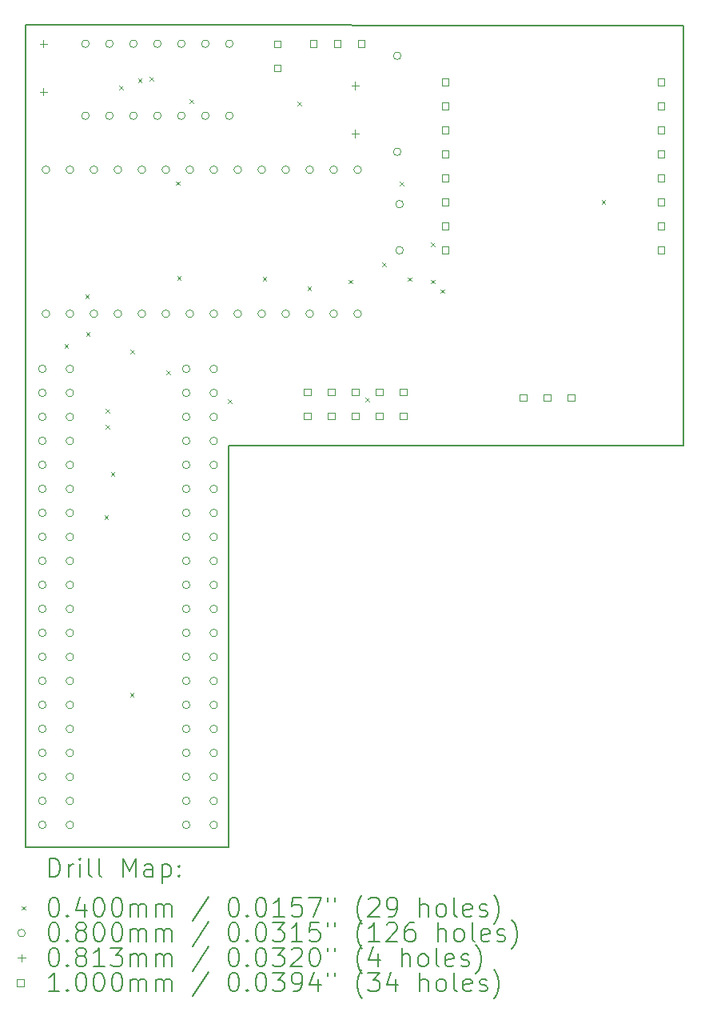
<source format=gbr>
%FSLAX45Y45*%
G04 Gerber Fmt 4.5, Leading zero omitted, Abs format (unit mm)*
G04 Created by KiCad (PCBNEW (6.0.5)) date 2022-12-14 22:29:43*
%MOMM*%
%LPD*%
G01*
G04 APERTURE LIST*
%TA.AperFunction,Profile*%
%ADD10C,0.152400*%
%TD*%
%ADD11C,0.200000*%
%ADD12C,0.040000*%
%ADD13C,0.080000*%
%ADD14C,0.081280*%
%ADD15C,0.100000*%
G04 APERTURE END LIST*
D10*
X11625110Y-6150360D02*
X11625110Y-14850360D01*
X13775110Y-14850360D02*
X13775110Y-10604500D01*
X18592800Y-10601340D02*
X18592800Y-6159500D01*
X13775110Y-10604500D02*
X18592800Y-10601340D01*
X11625110Y-14850360D02*
X13775110Y-14850360D01*
X18592800Y-6159500D02*
X11625110Y-6150360D01*
D11*
D12*
X12032960Y-9527860D02*
X12072960Y-9567860D01*
X12072960Y-9527860D02*
X12032960Y-9567860D01*
X12252040Y-9003260D02*
X12292040Y-9043260D01*
X12292040Y-9003260D02*
X12252040Y-9043260D01*
X12260620Y-9403830D02*
X12300620Y-9443830D01*
X12300620Y-9403830D02*
X12260620Y-9443830D01*
X12455200Y-11340540D02*
X12495200Y-11380540D01*
X12495200Y-11340540D02*
X12455200Y-11380540D01*
X12466220Y-10215910D02*
X12506220Y-10255910D01*
X12506220Y-10215910D02*
X12466220Y-10255910D01*
X12466220Y-10385440D02*
X12506220Y-10425440D01*
X12506220Y-10385440D02*
X12466220Y-10425440D01*
X12524640Y-10886930D02*
X12564640Y-10926930D01*
X12564640Y-10886930D02*
X12524640Y-10926930D01*
X12615340Y-6796270D02*
X12655340Y-6836270D01*
X12655340Y-6796270D02*
X12615340Y-6836270D01*
X12728020Y-13220050D02*
X12768020Y-13260050D01*
X12768020Y-13220050D02*
X12728020Y-13260050D01*
X12728800Y-9589890D02*
X12768800Y-9629890D01*
X12768800Y-9589890D02*
X12728800Y-9629890D01*
X12812750Y-6720070D02*
X12852750Y-6760070D01*
X12852750Y-6720070D02*
X12812750Y-6760070D01*
X12932260Y-6699950D02*
X12972260Y-6739950D01*
X12972260Y-6699950D02*
X12932260Y-6739950D01*
X13111730Y-9807710D02*
X13151730Y-9847710D01*
X13151730Y-9807710D02*
X13111730Y-9847710D01*
X13213400Y-7805610D02*
X13253400Y-7845610D01*
X13253400Y-7805610D02*
X13213400Y-7845610D01*
X13225610Y-8808350D02*
X13265610Y-8848350D01*
X13265610Y-8808350D02*
X13225610Y-8848350D01*
X13360430Y-6937660D02*
X13400430Y-6977660D01*
X13400430Y-6937660D02*
X13360430Y-6977660D01*
X13762940Y-10111050D02*
X13802940Y-10151050D01*
X13802940Y-10111050D02*
X13762940Y-10151050D01*
X14132650Y-8817430D02*
X14172650Y-8857430D01*
X14172650Y-8817430D02*
X14132650Y-8857430D01*
X14502620Y-6966290D02*
X14542620Y-7006290D01*
X14542620Y-6966290D02*
X14502620Y-7006290D01*
X14607180Y-8916750D02*
X14647180Y-8956750D01*
X14647180Y-8916750D02*
X14607180Y-8956750D01*
X15039860Y-8846850D02*
X15079860Y-8886850D01*
X15079860Y-8846850D02*
X15039860Y-8886850D01*
X15220500Y-10098860D02*
X15260500Y-10138860D01*
X15260500Y-10098860D02*
X15220500Y-10138860D01*
X15400130Y-8663170D02*
X15440130Y-8703170D01*
X15440130Y-8663170D02*
X15400130Y-8703170D01*
X15585600Y-7809900D02*
X15625600Y-7849900D01*
X15625600Y-7809900D02*
X15585600Y-7849900D01*
X15667940Y-8822220D02*
X15707940Y-8862220D01*
X15707940Y-8822220D02*
X15667940Y-8862220D01*
X15912490Y-8847770D02*
X15952490Y-8887770D01*
X15952490Y-8847770D02*
X15912490Y-8887770D01*
X15917760Y-8451220D02*
X15957760Y-8491220D01*
X15957760Y-8451220D02*
X15917760Y-8491220D01*
X16014140Y-8948660D02*
X16054140Y-8988660D01*
X16054140Y-8948660D02*
X16014140Y-8988660D01*
X17723230Y-8006400D02*
X17763230Y-8046400D01*
X17763230Y-8006400D02*
X17723230Y-8046400D01*
D13*
X11838300Y-9791700D02*
G75*
G03*
X11838300Y-9791700I-40000J0D01*
G01*
X11838300Y-10045700D02*
G75*
G03*
X11838300Y-10045700I-40000J0D01*
G01*
X11838300Y-10299700D02*
G75*
G03*
X11838300Y-10299700I-40000J0D01*
G01*
X11838300Y-10553700D02*
G75*
G03*
X11838300Y-10553700I-40000J0D01*
G01*
X11838300Y-10807700D02*
G75*
G03*
X11838300Y-10807700I-40000J0D01*
G01*
X11838300Y-11061700D02*
G75*
G03*
X11838300Y-11061700I-40000J0D01*
G01*
X11838300Y-11315700D02*
G75*
G03*
X11838300Y-11315700I-40000J0D01*
G01*
X11838300Y-11569700D02*
G75*
G03*
X11838300Y-11569700I-40000J0D01*
G01*
X11838300Y-11823700D02*
G75*
G03*
X11838300Y-11823700I-40000J0D01*
G01*
X11838300Y-12077700D02*
G75*
G03*
X11838300Y-12077700I-40000J0D01*
G01*
X11838300Y-12331700D02*
G75*
G03*
X11838300Y-12331700I-40000J0D01*
G01*
X11838300Y-12585700D02*
G75*
G03*
X11838300Y-12585700I-40000J0D01*
G01*
X11838300Y-12839700D02*
G75*
G03*
X11838300Y-12839700I-40000J0D01*
G01*
X11838300Y-13093700D02*
G75*
G03*
X11838300Y-13093700I-40000J0D01*
G01*
X11838300Y-13347700D02*
G75*
G03*
X11838300Y-13347700I-40000J0D01*
G01*
X11838300Y-13601700D02*
G75*
G03*
X11838300Y-13601700I-40000J0D01*
G01*
X11838300Y-13855700D02*
G75*
G03*
X11838300Y-13855700I-40000J0D01*
G01*
X11838300Y-14109700D02*
G75*
G03*
X11838300Y-14109700I-40000J0D01*
G01*
X11838300Y-14363700D02*
G75*
G03*
X11838300Y-14363700I-40000J0D01*
G01*
X11838300Y-14617700D02*
G75*
G03*
X11838300Y-14617700I-40000J0D01*
G01*
X11876400Y-7684000D02*
G75*
G03*
X11876400Y-7684000I-40000J0D01*
G01*
X11876400Y-9208000D02*
G75*
G03*
X11876400Y-9208000I-40000J0D01*
G01*
X12130400Y-7684000D02*
G75*
G03*
X12130400Y-7684000I-40000J0D01*
G01*
X12130400Y-9208000D02*
G75*
G03*
X12130400Y-9208000I-40000J0D01*
G01*
X12130400Y-9791700D02*
G75*
G03*
X12130400Y-9791700I-40000J0D01*
G01*
X12130400Y-10045700D02*
G75*
G03*
X12130400Y-10045700I-40000J0D01*
G01*
X12130400Y-10299700D02*
G75*
G03*
X12130400Y-10299700I-40000J0D01*
G01*
X12130400Y-10553700D02*
G75*
G03*
X12130400Y-10553700I-40000J0D01*
G01*
X12130400Y-10807700D02*
G75*
G03*
X12130400Y-10807700I-40000J0D01*
G01*
X12130400Y-11061700D02*
G75*
G03*
X12130400Y-11061700I-40000J0D01*
G01*
X12130400Y-11315700D02*
G75*
G03*
X12130400Y-11315700I-40000J0D01*
G01*
X12130400Y-11569700D02*
G75*
G03*
X12130400Y-11569700I-40000J0D01*
G01*
X12130400Y-11823700D02*
G75*
G03*
X12130400Y-11823700I-40000J0D01*
G01*
X12130400Y-12077700D02*
G75*
G03*
X12130400Y-12077700I-40000J0D01*
G01*
X12130400Y-12331700D02*
G75*
G03*
X12130400Y-12331700I-40000J0D01*
G01*
X12130400Y-12585700D02*
G75*
G03*
X12130400Y-12585700I-40000J0D01*
G01*
X12130400Y-12839700D02*
G75*
G03*
X12130400Y-12839700I-40000J0D01*
G01*
X12130400Y-13093700D02*
G75*
G03*
X12130400Y-13093700I-40000J0D01*
G01*
X12130400Y-13347700D02*
G75*
G03*
X12130400Y-13347700I-40000J0D01*
G01*
X12130400Y-13601700D02*
G75*
G03*
X12130400Y-13601700I-40000J0D01*
G01*
X12130400Y-13855700D02*
G75*
G03*
X12130400Y-13855700I-40000J0D01*
G01*
X12130400Y-14109700D02*
G75*
G03*
X12130400Y-14109700I-40000J0D01*
G01*
X12130400Y-14363700D02*
G75*
G03*
X12130400Y-14363700I-40000J0D01*
G01*
X12130400Y-14617700D02*
G75*
G03*
X12130400Y-14617700I-40000J0D01*
G01*
X12295000Y-6350000D02*
G75*
G03*
X12295000Y-6350000I-40000J0D01*
G01*
X12295000Y-7112000D02*
G75*
G03*
X12295000Y-7112000I-40000J0D01*
G01*
X12384400Y-7684000D02*
G75*
G03*
X12384400Y-7684000I-40000J0D01*
G01*
X12384400Y-9208000D02*
G75*
G03*
X12384400Y-9208000I-40000J0D01*
G01*
X12549000Y-6350000D02*
G75*
G03*
X12549000Y-6350000I-40000J0D01*
G01*
X12549000Y-7112000D02*
G75*
G03*
X12549000Y-7112000I-40000J0D01*
G01*
X12638400Y-7684000D02*
G75*
G03*
X12638400Y-7684000I-40000J0D01*
G01*
X12638400Y-9208000D02*
G75*
G03*
X12638400Y-9208000I-40000J0D01*
G01*
X12803000Y-6350000D02*
G75*
G03*
X12803000Y-6350000I-40000J0D01*
G01*
X12803000Y-7112000D02*
G75*
G03*
X12803000Y-7112000I-40000J0D01*
G01*
X12892400Y-7684000D02*
G75*
G03*
X12892400Y-7684000I-40000J0D01*
G01*
X12892400Y-9208000D02*
G75*
G03*
X12892400Y-9208000I-40000J0D01*
G01*
X13057000Y-6350000D02*
G75*
G03*
X13057000Y-6350000I-40000J0D01*
G01*
X13057000Y-7112000D02*
G75*
G03*
X13057000Y-7112000I-40000J0D01*
G01*
X13146400Y-7684000D02*
G75*
G03*
X13146400Y-7684000I-40000J0D01*
G01*
X13146400Y-9208000D02*
G75*
G03*
X13146400Y-9208000I-40000J0D01*
G01*
X13311000Y-6350000D02*
G75*
G03*
X13311000Y-6350000I-40000J0D01*
G01*
X13311000Y-7112000D02*
G75*
G03*
X13311000Y-7112000I-40000J0D01*
G01*
X13362300Y-9791700D02*
G75*
G03*
X13362300Y-9791700I-40000J0D01*
G01*
X13362300Y-10045700D02*
G75*
G03*
X13362300Y-10045700I-40000J0D01*
G01*
X13362300Y-10299700D02*
G75*
G03*
X13362300Y-10299700I-40000J0D01*
G01*
X13362300Y-10553700D02*
G75*
G03*
X13362300Y-10553700I-40000J0D01*
G01*
X13362300Y-10807700D02*
G75*
G03*
X13362300Y-10807700I-40000J0D01*
G01*
X13362300Y-11061700D02*
G75*
G03*
X13362300Y-11061700I-40000J0D01*
G01*
X13362300Y-11315700D02*
G75*
G03*
X13362300Y-11315700I-40000J0D01*
G01*
X13362300Y-11569700D02*
G75*
G03*
X13362300Y-11569700I-40000J0D01*
G01*
X13362300Y-11823700D02*
G75*
G03*
X13362300Y-11823700I-40000J0D01*
G01*
X13362300Y-12077700D02*
G75*
G03*
X13362300Y-12077700I-40000J0D01*
G01*
X13362300Y-12331700D02*
G75*
G03*
X13362300Y-12331700I-40000J0D01*
G01*
X13362300Y-12585700D02*
G75*
G03*
X13362300Y-12585700I-40000J0D01*
G01*
X13362300Y-12839700D02*
G75*
G03*
X13362300Y-12839700I-40000J0D01*
G01*
X13362300Y-13093700D02*
G75*
G03*
X13362300Y-13093700I-40000J0D01*
G01*
X13362300Y-13347700D02*
G75*
G03*
X13362300Y-13347700I-40000J0D01*
G01*
X13362300Y-13601700D02*
G75*
G03*
X13362300Y-13601700I-40000J0D01*
G01*
X13362300Y-13855700D02*
G75*
G03*
X13362300Y-13855700I-40000J0D01*
G01*
X13362300Y-14109700D02*
G75*
G03*
X13362300Y-14109700I-40000J0D01*
G01*
X13362300Y-14363700D02*
G75*
G03*
X13362300Y-14363700I-40000J0D01*
G01*
X13362300Y-14617700D02*
G75*
G03*
X13362300Y-14617700I-40000J0D01*
G01*
X13400400Y-7684000D02*
G75*
G03*
X13400400Y-7684000I-40000J0D01*
G01*
X13400400Y-9208000D02*
G75*
G03*
X13400400Y-9208000I-40000J0D01*
G01*
X13565000Y-6350000D02*
G75*
G03*
X13565000Y-6350000I-40000J0D01*
G01*
X13565000Y-7112000D02*
G75*
G03*
X13565000Y-7112000I-40000J0D01*
G01*
X13654400Y-7684000D02*
G75*
G03*
X13654400Y-7684000I-40000J0D01*
G01*
X13654400Y-9208000D02*
G75*
G03*
X13654400Y-9208000I-40000J0D01*
G01*
X13654400Y-9791700D02*
G75*
G03*
X13654400Y-9791700I-40000J0D01*
G01*
X13654400Y-10045700D02*
G75*
G03*
X13654400Y-10045700I-40000J0D01*
G01*
X13654400Y-10299700D02*
G75*
G03*
X13654400Y-10299700I-40000J0D01*
G01*
X13654400Y-10553700D02*
G75*
G03*
X13654400Y-10553700I-40000J0D01*
G01*
X13654400Y-10807700D02*
G75*
G03*
X13654400Y-10807700I-40000J0D01*
G01*
X13654400Y-11061700D02*
G75*
G03*
X13654400Y-11061700I-40000J0D01*
G01*
X13654400Y-11315700D02*
G75*
G03*
X13654400Y-11315700I-40000J0D01*
G01*
X13654400Y-11569700D02*
G75*
G03*
X13654400Y-11569700I-40000J0D01*
G01*
X13654400Y-11823700D02*
G75*
G03*
X13654400Y-11823700I-40000J0D01*
G01*
X13654400Y-12077700D02*
G75*
G03*
X13654400Y-12077700I-40000J0D01*
G01*
X13654400Y-12331700D02*
G75*
G03*
X13654400Y-12331700I-40000J0D01*
G01*
X13654400Y-12585700D02*
G75*
G03*
X13654400Y-12585700I-40000J0D01*
G01*
X13654400Y-12839700D02*
G75*
G03*
X13654400Y-12839700I-40000J0D01*
G01*
X13654400Y-13093700D02*
G75*
G03*
X13654400Y-13093700I-40000J0D01*
G01*
X13654400Y-13347700D02*
G75*
G03*
X13654400Y-13347700I-40000J0D01*
G01*
X13654400Y-13601700D02*
G75*
G03*
X13654400Y-13601700I-40000J0D01*
G01*
X13654400Y-13855700D02*
G75*
G03*
X13654400Y-13855700I-40000J0D01*
G01*
X13654400Y-14109700D02*
G75*
G03*
X13654400Y-14109700I-40000J0D01*
G01*
X13654400Y-14363700D02*
G75*
G03*
X13654400Y-14363700I-40000J0D01*
G01*
X13654400Y-14617700D02*
G75*
G03*
X13654400Y-14617700I-40000J0D01*
G01*
X13819000Y-6350000D02*
G75*
G03*
X13819000Y-6350000I-40000J0D01*
G01*
X13819000Y-7112000D02*
G75*
G03*
X13819000Y-7112000I-40000J0D01*
G01*
X13908400Y-7684000D02*
G75*
G03*
X13908400Y-7684000I-40000J0D01*
G01*
X13908400Y-9208000D02*
G75*
G03*
X13908400Y-9208000I-40000J0D01*
G01*
X14162400Y-7684000D02*
G75*
G03*
X14162400Y-7684000I-40000J0D01*
G01*
X14162400Y-9208000D02*
G75*
G03*
X14162400Y-9208000I-40000J0D01*
G01*
X14416400Y-7684000D02*
G75*
G03*
X14416400Y-7684000I-40000J0D01*
G01*
X14416400Y-9208000D02*
G75*
G03*
X14416400Y-9208000I-40000J0D01*
G01*
X14670400Y-7684000D02*
G75*
G03*
X14670400Y-7684000I-40000J0D01*
G01*
X14670400Y-9208000D02*
G75*
G03*
X14670400Y-9208000I-40000J0D01*
G01*
X14924400Y-7684000D02*
G75*
G03*
X14924400Y-7684000I-40000J0D01*
G01*
X14924400Y-9208000D02*
G75*
G03*
X14924400Y-9208000I-40000J0D01*
G01*
X15178400Y-7684000D02*
G75*
G03*
X15178400Y-7684000I-40000J0D01*
G01*
X15178400Y-9208000D02*
G75*
G03*
X15178400Y-9208000I-40000J0D01*
G01*
X15597500Y-6477000D02*
G75*
G03*
X15597500Y-6477000I-40000J0D01*
G01*
X15597500Y-7493000D02*
G75*
G03*
X15597500Y-7493000I-40000J0D01*
G01*
X15622900Y-8048100D02*
G75*
G03*
X15622900Y-8048100I-40000J0D01*
G01*
X15622900Y-8536100D02*
G75*
G03*
X15622900Y-8536100I-40000J0D01*
G01*
D14*
X11811000Y-6309360D02*
X11811000Y-6390640D01*
X11770360Y-6350000D02*
X11851640Y-6350000D01*
X11811000Y-6817360D02*
X11811000Y-6898640D01*
X11770360Y-6858000D02*
X11851640Y-6858000D01*
X15113000Y-6753860D02*
X15113000Y-6835140D01*
X15072360Y-6794500D02*
X15153640Y-6794500D01*
X15113000Y-7261860D02*
X15113000Y-7343140D01*
X15072360Y-7302500D02*
X15153640Y-7302500D01*
D15*
X14322856Y-6385856D02*
X14322856Y-6315144D01*
X14252144Y-6315144D01*
X14252144Y-6385856D01*
X14322856Y-6385856D01*
X14322856Y-6639856D02*
X14322856Y-6569144D01*
X14252144Y-6569144D01*
X14252144Y-6639856D01*
X14322856Y-6639856D01*
X14640856Y-10068856D02*
X14640856Y-9998144D01*
X14570144Y-9998144D01*
X14570144Y-10068856D01*
X14640856Y-10068856D01*
X14640856Y-10322856D02*
X14640856Y-10252144D01*
X14570144Y-10252144D01*
X14570144Y-10322856D01*
X14640856Y-10322856D01*
X14705356Y-6385356D02*
X14705356Y-6314644D01*
X14634644Y-6314644D01*
X14634644Y-6385356D01*
X14705356Y-6385356D01*
X14894856Y-10068856D02*
X14894856Y-9998144D01*
X14824144Y-9998144D01*
X14824144Y-10068856D01*
X14894856Y-10068856D01*
X14894856Y-10322856D02*
X14894856Y-10252144D01*
X14824144Y-10252144D01*
X14824144Y-10322856D01*
X14894856Y-10322856D01*
X14959356Y-6385356D02*
X14959356Y-6314644D01*
X14888644Y-6314644D01*
X14888644Y-6385356D01*
X14959356Y-6385356D01*
X15148856Y-10068856D02*
X15148856Y-9998144D01*
X15078144Y-9998144D01*
X15078144Y-10068856D01*
X15148856Y-10068856D01*
X15148856Y-10322856D02*
X15148856Y-10252144D01*
X15078144Y-10252144D01*
X15078144Y-10322856D01*
X15148856Y-10322856D01*
X15213356Y-6385356D02*
X15213356Y-6314644D01*
X15142644Y-6314644D01*
X15142644Y-6385356D01*
X15213356Y-6385356D01*
X15402856Y-10068856D02*
X15402856Y-9998144D01*
X15332144Y-9998144D01*
X15332144Y-10068856D01*
X15402856Y-10068856D01*
X15402856Y-10322856D02*
X15402856Y-10252144D01*
X15332144Y-10252144D01*
X15332144Y-10322856D01*
X15402856Y-10322856D01*
X15656856Y-10068856D02*
X15656856Y-9998144D01*
X15586144Y-9998144D01*
X15586144Y-10068856D01*
X15656856Y-10068856D01*
X15656856Y-10322856D02*
X15656856Y-10252144D01*
X15586144Y-10252144D01*
X15586144Y-10322856D01*
X15656856Y-10322856D01*
X16100856Y-6791756D02*
X16100856Y-6721044D01*
X16030144Y-6721044D01*
X16030144Y-6791756D01*
X16100856Y-6791756D01*
X16100856Y-7045756D02*
X16100856Y-6975044D01*
X16030144Y-6975044D01*
X16030144Y-7045756D01*
X16100856Y-7045756D01*
X16100856Y-7299756D02*
X16100856Y-7229044D01*
X16030144Y-7229044D01*
X16030144Y-7299756D01*
X16100856Y-7299756D01*
X16100856Y-7553756D02*
X16100856Y-7483044D01*
X16030144Y-7483044D01*
X16030144Y-7553756D01*
X16100856Y-7553756D01*
X16100856Y-7807756D02*
X16100856Y-7737044D01*
X16030144Y-7737044D01*
X16030144Y-7807756D01*
X16100856Y-7807756D01*
X16100856Y-8061756D02*
X16100856Y-7991044D01*
X16030144Y-7991044D01*
X16030144Y-8061756D01*
X16100856Y-8061756D01*
X16100856Y-8315756D02*
X16100856Y-8245044D01*
X16030144Y-8245044D01*
X16030144Y-8315756D01*
X16100856Y-8315756D01*
X16100856Y-8569756D02*
X16100856Y-8499044D01*
X16030144Y-8499044D01*
X16030144Y-8569756D01*
X16100856Y-8569756D01*
X16927856Y-10131856D02*
X16927856Y-10061144D01*
X16857144Y-10061144D01*
X16857144Y-10131856D01*
X16927856Y-10131856D01*
X17181856Y-10131856D02*
X17181856Y-10061144D01*
X17111144Y-10061144D01*
X17111144Y-10131856D01*
X17181856Y-10131856D01*
X17435856Y-10131856D02*
X17435856Y-10061144D01*
X17365144Y-10061144D01*
X17365144Y-10131856D01*
X17435856Y-10131856D01*
X18386856Y-6791756D02*
X18386856Y-6721044D01*
X18316144Y-6721044D01*
X18316144Y-6791756D01*
X18386856Y-6791756D01*
X18386856Y-7045756D02*
X18386856Y-6975044D01*
X18316144Y-6975044D01*
X18316144Y-7045756D01*
X18386856Y-7045756D01*
X18386856Y-7299756D02*
X18386856Y-7229044D01*
X18316144Y-7229044D01*
X18316144Y-7299756D01*
X18386856Y-7299756D01*
X18386856Y-7553756D02*
X18386856Y-7483044D01*
X18316144Y-7483044D01*
X18316144Y-7553756D01*
X18386856Y-7553756D01*
X18386856Y-7807756D02*
X18386856Y-7737044D01*
X18316144Y-7737044D01*
X18316144Y-7807756D01*
X18386856Y-7807756D01*
X18386856Y-8061756D02*
X18386856Y-7991044D01*
X18316144Y-7991044D01*
X18316144Y-8061756D01*
X18386856Y-8061756D01*
X18386856Y-8315756D02*
X18386856Y-8245044D01*
X18316144Y-8245044D01*
X18316144Y-8315756D01*
X18386856Y-8315756D01*
X18386856Y-8569756D02*
X18386856Y-8499044D01*
X18316144Y-8499044D01*
X18316144Y-8569756D01*
X18386856Y-8569756D01*
D11*
X11875109Y-15168456D02*
X11875109Y-14968456D01*
X11922728Y-14968456D01*
X11951299Y-14977980D01*
X11970347Y-14997028D01*
X11979871Y-15016075D01*
X11989395Y-15054170D01*
X11989395Y-15082742D01*
X11979871Y-15120837D01*
X11970347Y-15139885D01*
X11951299Y-15158932D01*
X11922728Y-15168456D01*
X11875109Y-15168456D01*
X12075109Y-15168456D02*
X12075109Y-15035123D01*
X12075109Y-15073218D02*
X12084633Y-15054170D01*
X12094157Y-15044647D01*
X12113204Y-15035123D01*
X12132252Y-15035123D01*
X12198918Y-15168456D02*
X12198918Y-15035123D01*
X12198918Y-14968456D02*
X12189395Y-14977980D01*
X12198918Y-14987504D01*
X12208442Y-14977980D01*
X12198918Y-14968456D01*
X12198918Y-14987504D01*
X12322728Y-15168456D02*
X12303680Y-15158932D01*
X12294157Y-15139885D01*
X12294157Y-14968456D01*
X12427490Y-15168456D02*
X12408442Y-15158932D01*
X12398918Y-15139885D01*
X12398918Y-14968456D01*
X12656061Y-15168456D02*
X12656061Y-14968456D01*
X12722728Y-15111313D01*
X12789395Y-14968456D01*
X12789395Y-15168456D01*
X12970347Y-15168456D02*
X12970347Y-15063694D01*
X12960823Y-15044647D01*
X12941776Y-15035123D01*
X12903680Y-15035123D01*
X12884633Y-15044647D01*
X12970347Y-15158932D02*
X12951299Y-15168456D01*
X12903680Y-15168456D01*
X12884633Y-15158932D01*
X12875109Y-15139885D01*
X12875109Y-15120837D01*
X12884633Y-15101789D01*
X12903680Y-15092266D01*
X12951299Y-15092266D01*
X12970347Y-15082742D01*
X13065585Y-15035123D02*
X13065585Y-15235123D01*
X13065585Y-15044647D02*
X13084633Y-15035123D01*
X13122728Y-15035123D01*
X13141776Y-15044647D01*
X13151299Y-15054170D01*
X13160823Y-15073218D01*
X13160823Y-15130361D01*
X13151299Y-15149408D01*
X13141776Y-15158932D01*
X13122728Y-15168456D01*
X13084633Y-15168456D01*
X13065585Y-15158932D01*
X13246538Y-15149408D02*
X13256061Y-15158932D01*
X13246538Y-15168456D01*
X13237014Y-15158932D01*
X13246538Y-15149408D01*
X13246538Y-15168456D01*
X13246538Y-15044647D02*
X13256061Y-15054170D01*
X13246538Y-15063694D01*
X13237014Y-15054170D01*
X13246538Y-15044647D01*
X13246538Y-15063694D01*
D12*
X11577490Y-15477980D02*
X11617490Y-15517980D01*
X11617490Y-15477980D02*
X11577490Y-15517980D01*
D11*
X11913204Y-15388456D02*
X11932252Y-15388456D01*
X11951299Y-15397980D01*
X11960823Y-15407504D01*
X11970347Y-15426551D01*
X11979871Y-15464647D01*
X11979871Y-15512266D01*
X11970347Y-15550361D01*
X11960823Y-15569408D01*
X11951299Y-15578932D01*
X11932252Y-15588456D01*
X11913204Y-15588456D01*
X11894157Y-15578932D01*
X11884633Y-15569408D01*
X11875109Y-15550361D01*
X11865585Y-15512266D01*
X11865585Y-15464647D01*
X11875109Y-15426551D01*
X11884633Y-15407504D01*
X11894157Y-15397980D01*
X11913204Y-15388456D01*
X12065585Y-15569408D02*
X12075109Y-15578932D01*
X12065585Y-15588456D01*
X12056061Y-15578932D01*
X12065585Y-15569408D01*
X12065585Y-15588456D01*
X12246538Y-15455123D02*
X12246538Y-15588456D01*
X12198918Y-15378932D02*
X12151299Y-15521789D01*
X12275109Y-15521789D01*
X12389395Y-15388456D02*
X12408442Y-15388456D01*
X12427490Y-15397980D01*
X12437014Y-15407504D01*
X12446538Y-15426551D01*
X12456061Y-15464647D01*
X12456061Y-15512266D01*
X12446538Y-15550361D01*
X12437014Y-15569408D01*
X12427490Y-15578932D01*
X12408442Y-15588456D01*
X12389395Y-15588456D01*
X12370347Y-15578932D01*
X12360823Y-15569408D01*
X12351299Y-15550361D01*
X12341776Y-15512266D01*
X12341776Y-15464647D01*
X12351299Y-15426551D01*
X12360823Y-15407504D01*
X12370347Y-15397980D01*
X12389395Y-15388456D01*
X12579871Y-15388456D02*
X12598918Y-15388456D01*
X12617966Y-15397980D01*
X12627490Y-15407504D01*
X12637014Y-15426551D01*
X12646538Y-15464647D01*
X12646538Y-15512266D01*
X12637014Y-15550361D01*
X12627490Y-15569408D01*
X12617966Y-15578932D01*
X12598918Y-15588456D01*
X12579871Y-15588456D01*
X12560823Y-15578932D01*
X12551299Y-15569408D01*
X12541776Y-15550361D01*
X12532252Y-15512266D01*
X12532252Y-15464647D01*
X12541776Y-15426551D01*
X12551299Y-15407504D01*
X12560823Y-15397980D01*
X12579871Y-15388456D01*
X12732252Y-15588456D02*
X12732252Y-15455123D01*
X12732252Y-15474170D02*
X12741776Y-15464647D01*
X12760823Y-15455123D01*
X12789395Y-15455123D01*
X12808442Y-15464647D01*
X12817966Y-15483694D01*
X12817966Y-15588456D01*
X12817966Y-15483694D02*
X12827490Y-15464647D01*
X12846538Y-15455123D01*
X12875109Y-15455123D01*
X12894157Y-15464647D01*
X12903680Y-15483694D01*
X12903680Y-15588456D01*
X12998918Y-15588456D02*
X12998918Y-15455123D01*
X12998918Y-15474170D02*
X13008442Y-15464647D01*
X13027490Y-15455123D01*
X13056061Y-15455123D01*
X13075109Y-15464647D01*
X13084633Y-15483694D01*
X13084633Y-15588456D01*
X13084633Y-15483694D02*
X13094157Y-15464647D01*
X13113204Y-15455123D01*
X13141776Y-15455123D01*
X13160823Y-15464647D01*
X13170347Y-15483694D01*
X13170347Y-15588456D01*
X13560823Y-15378932D02*
X13389395Y-15636075D01*
X13817966Y-15388456D02*
X13837014Y-15388456D01*
X13856061Y-15397980D01*
X13865585Y-15407504D01*
X13875109Y-15426551D01*
X13884633Y-15464647D01*
X13884633Y-15512266D01*
X13875109Y-15550361D01*
X13865585Y-15569408D01*
X13856061Y-15578932D01*
X13837014Y-15588456D01*
X13817966Y-15588456D01*
X13798918Y-15578932D01*
X13789395Y-15569408D01*
X13779871Y-15550361D01*
X13770347Y-15512266D01*
X13770347Y-15464647D01*
X13779871Y-15426551D01*
X13789395Y-15407504D01*
X13798918Y-15397980D01*
X13817966Y-15388456D01*
X13970347Y-15569408D02*
X13979871Y-15578932D01*
X13970347Y-15588456D01*
X13960823Y-15578932D01*
X13970347Y-15569408D01*
X13970347Y-15588456D01*
X14103680Y-15388456D02*
X14122728Y-15388456D01*
X14141776Y-15397980D01*
X14151299Y-15407504D01*
X14160823Y-15426551D01*
X14170347Y-15464647D01*
X14170347Y-15512266D01*
X14160823Y-15550361D01*
X14151299Y-15569408D01*
X14141776Y-15578932D01*
X14122728Y-15588456D01*
X14103680Y-15588456D01*
X14084633Y-15578932D01*
X14075109Y-15569408D01*
X14065585Y-15550361D01*
X14056061Y-15512266D01*
X14056061Y-15464647D01*
X14065585Y-15426551D01*
X14075109Y-15407504D01*
X14084633Y-15397980D01*
X14103680Y-15388456D01*
X14360823Y-15588456D02*
X14246538Y-15588456D01*
X14303680Y-15588456D02*
X14303680Y-15388456D01*
X14284633Y-15417028D01*
X14265585Y-15436075D01*
X14246538Y-15445599D01*
X14541776Y-15388456D02*
X14446538Y-15388456D01*
X14437014Y-15483694D01*
X14446538Y-15474170D01*
X14465585Y-15464647D01*
X14513204Y-15464647D01*
X14532252Y-15474170D01*
X14541776Y-15483694D01*
X14551299Y-15502742D01*
X14551299Y-15550361D01*
X14541776Y-15569408D01*
X14532252Y-15578932D01*
X14513204Y-15588456D01*
X14465585Y-15588456D01*
X14446538Y-15578932D01*
X14437014Y-15569408D01*
X14617966Y-15388456D02*
X14751299Y-15388456D01*
X14665585Y-15588456D01*
X14817966Y-15388456D02*
X14817966Y-15426551D01*
X14894157Y-15388456D02*
X14894157Y-15426551D01*
X15189395Y-15664647D02*
X15179871Y-15655123D01*
X15160823Y-15626551D01*
X15151299Y-15607504D01*
X15141776Y-15578932D01*
X15132252Y-15531313D01*
X15132252Y-15493218D01*
X15141776Y-15445599D01*
X15151299Y-15417028D01*
X15160823Y-15397980D01*
X15179871Y-15369408D01*
X15189395Y-15359885D01*
X15256061Y-15407504D02*
X15265585Y-15397980D01*
X15284633Y-15388456D01*
X15332252Y-15388456D01*
X15351299Y-15397980D01*
X15360823Y-15407504D01*
X15370347Y-15426551D01*
X15370347Y-15445599D01*
X15360823Y-15474170D01*
X15246538Y-15588456D01*
X15370347Y-15588456D01*
X15465585Y-15588456D02*
X15503680Y-15588456D01*
X15522728Y-15578932D01*
X15532252Y-15569408D01*
X15551299Y-15540837D01*
X15560823Y-15502742D01*
X15560823Y-15426551D01*
X15551299Y-15407504D01*
X15541776Y-15397980D01*
X15522728Y-15388456D01*
X15484633Y-15388456D01*
X15465585Y-15397980D01*
X15456061Y-15407504D01*
X15446538Y-15426551D01*
X15446538Y-15474170D01*
X15456061Y-15493218D01*
X15465585Y-15502742D01*
X15484633Y-15512266D01*
X15522728Y-15512266D01*
X15541776Y-15502742D01*
X15551299Y-15493218D01*
X15560823Y-15474170D01*
X15798918Y-15588456D02*
X15798918Y-15388456D01*
X15884633Y-15588456D02*
X15884633Y-15483694D01*
X15875109Y-15464647D01*
X15856061Y-15455123D01*
X15827490Y-15455123D01*
X15808442Y-15464647D01*
X15798918Y-15474170D01*
X16008442Y-15588456D02*
X15989395Y-15578932D01*
X15979871Y-15569408D01*
X15970347Y-15550361D01*
X15970347Y-15493218D01*
X15979871Y-15474170D01*
X15989395Y-15464647D01*
X16008442Y-15455123D01*
X16037014Y-15455123D01*
X16056061Y-15464647D01*
X16065585Y-15474170D01*
X16075109Y-15493218D01*
X16075109Y-15550361D01*
X16065585Y-15569408D01*
X16056061Y-15578932D01*
X16037014Y-15588456D01*
X16008442Y-15588456D01*
X16189395Y-15588456D02*
X16170347Y-15578932D01*
X16160823Y-15559885D01*
X16160823Y-15388456D01*
X16341776Y-15578932D02*
X16322728Y-15588456D01*
X16284633Y-15588456D01*
X16265585Y-15578932D01*
X16256061Y-15559885D01*
X16256061Y-15483694D01*
X16265585Y-15464647D01*
X16284633Y-15455123D01*
X16322728Y-15455123D01*
X16341776Y-15464647D01*
X16351299Y-15483694D01*
X16351299Y-15502742D01*
X16256061Y-15521789D01*
X16427490Y-15578932D02*
X16446538Y-15588456D01*
X16484633Y-15588456D01*
X16503680Y-15578932D01*
X16513204Y-15559885D01*
X16513204Y-15550361D01*
X16503680Y-15531313D01*
X16484633Y-15521789D01*
X16456061Y-15521789D01*
X16437014Y-15512266D01*
X16427490Y-15493218D01*
X16427490Y-15483694D01*
X16437014Y-15464647D01*
X16456061Y-15455123D01*
X16484633Y-15455123D01*
X16503680Y-15464647D01*
X16579871Y-15664647D02*
X16589395Y-15655123D01*
X16608442Y-15626551D01*
X16617966Y-15607504D01*
X16627490Y-15578932D01*
X16637014Y-15531313D01*
X16637014Y-15493218D01*
X16627490Y-15445599D01*
X16617966Y-15417028D01*
X16608442Y-15397980D01*
X16589395Y-15369408D01*
X16579871Y-15359885D01*
D13*
X11617490Y-15761980D02*
G75*
G03*
X11617490Y-15761980I-40000J0D01*
G01*
D11*
X11913204Y-15652456D02*
X11932252Y-15652456D01*
X11951299Y-15661980D01*
X11960823Y-15671504D01*
X11970347Y-15690551D01*
X11979871Y-15728647D01*
X11979871Y-15776266D01*
X11970347Y-15814361D01*
X11960823Y-15833408D01*
X11951299Y-15842932D01*
X11932252Y-15852456D01*
X11913204Y-15852456D01*
X11894157Y-15842932D01*
X11884633Y-15833408D01*
X11875109Y-15814361D01*
X11865585Y-15776266D01*
X11865585Y-15728647D01*
X11875109Y-15690551D01*
X11884633Y-15671504D01*
X11894157Y-15661980D01*
X11913204Y-15652456D01*
X12065585Y-15833408D02*
X12075109Y-15842932D01*
X12065585Y-15852456D01*
X12056061Y-15842932D01*
X12065585Y-15833408D01*
X12065585Y-15852456D01*
X12189395Y-15738170D02*
X12170347Y-15728647D01*
X12160823Y-15719123D01*
X12151299Y-15700075D01*
X12151299Y-15690551D01*
X12160823Y-15671504D01*
X12170347Y-15661980D01*
X12189395Y-15652456D01*
X12227490Y-15652456D01*
X12246538Y-15661980D01*
X12256061Y-15671504D01*
X12265585Y-15690551D01*
X12265585Y-15700075D01*
X12256061Y-15719123D01*
X12246538Y-15728647D01*
X12227490Y-15738170D01*
X12189395Y-15738170D01*
X12170347Y-15747694D01*
X12160823Y-15757218D01*
X12151299Y-15776266D01*
X12151299Y-15814361D01*
X12160823Y-15833408D01*
X12170347Y-15842932D01*
X12189395Y-15852456D01*
X12227490Y-15852456D01*
X12246538Y-15842932D01*
X12256061Y-15833408D01*
X12265585Y-15814361D01*
X12265585Y-15776266D01*
X12256061Y-15757218D01*
X12246538Y-15747694D01*
X12227490Y-15738170D01*
X12389395Y-15652456D02*
X12408442Y-15652456D01*
X12427490Y-15661980D01*
X12437014Y-15671504D01*
X12446538Y-15690551D01*
X12456061Y-15728647D01*
X12456061Y-15776266D01*
X12446538Y-15814361D01*
X12437014Y-15833408D01*
X12427490Y-15842932D01*
X12408442Y-15852456D01*
X12389395Y-15852456D01*
X12370347Y-15842932D01*
X12360823Y-15833408D01*
X12351299Y-15814361D01*
X12341776Y-15776266D01*
X12341776Y-15728647D01*
X12351299Y-15690551D01*
X12360823Y-15671504D01*
X12370347Y-15661980D01*
X12389395Y-15652456D01*
X12579871Y-15652456D02*
X12598918Y-15652456D01*
X12617966Y-15661980D01*
X12627490Y-15671504D01*
X12637014Y-15690551D01*
X12646538Y-15728647D01*
X12646538Y-15776266D01*
X12637014Y-15814361D01*
X12627490Y-15833408D01*
X12617966Y-15842932D01*
X12598918Y-15852456D01*
X12579871Y-15852456D01*
X12560823Y-15842932D01*
X12551299Y-15833408D01*
X12541776Y-15814361D01*
X12532252Y-15776266D01*
X12532252Y-15728647D01*
X12541776Y-15690551D01*
X12551299Y-15671504D01*
X12560823Y-15661980D01*
X12579871Y-15652456D01*
X12732252Y-15852456D02*
X12732252Y-15719123D01*
X12732252Y-15738170D02*
X12741776Y-15728647D01*
X12760823Y-15719123D01*
X12789395Y-15719123D01*
X12808442Y-15728647D01*
X12817966Y-15747694D01*
X12817966Y-15852456D01*
X12817966Y-15747694D02*
X12827490Y-15728647D01*
X12846538Y-15719123D01*
X12875109Y-15719123D01*
X12894157Y-15728647D01*
X12903680Y-15747694D01*
X12903680Y-15852456D01*
X12998918Y-15852456D02*
X12998918Y-15719123D01*
X12998918Y-15738170D02*
X13008442Y-15728647D01*
X13027490Y-15719123D01*
X13056061Y-15719123D01*
X13075109Y-15728647D01*
X13084633Y-15747694D01*
X13084633Y-15852456D01*
X13084633Y-15747694D02*
X13094157Y-15728647D01*
X13113204Y-15719123D01*
X13141776Y-15719123D01*
X13160823Y-15728647D01*
X13170347Y-15747694D01*
X13170347Y-15852456D01*
X13560823Y-15642932D02*
X13389395Y-15900075D01*
X13817966Y-15652456D02*
X13837014Y-15652456D01*
X13856061Y-15661980D01*
X13865585Y-15671504D01*
X13875109Y-15690551D01*
X13884633Y-15728647D01*
X13884633Y-15776266D01*
X13875109Y-15814361D01*
X13865585Y-15833408D01*
X13856061Y-15842932D01*
X13837014Y-15852456D01*
X13817966Y-15852456D01*
X13798918Y-15842932D01*
X13789395Y-15833408D01*
X13779871Y-15814361D01*
X13770347Y-15776266D01*
X13770347Y-15728647D01*
X13779871Y-15690551D01*
X13789395Y-15671504D01*
X13798918Y-15661980D01*
X13817966Y-15652456D01*
X13970347Y-15833408D02*
X13979871Y-15842932D01*
X13970347Y-15852456D01*
X13960823Y-15842932D01*
X13970347Y-15833408D01*
X13970347Y-15852456D01*
X14103680Y-15652456D02*
X14122728Y-15652456D01*
X14141776Y-15661980D01*
X14151299Y-15671504D01*
X14160823Y-15690551D01*
X14170347Y-15728647D01*
X14170347Y-15776266D01*
X14160823Y-15814361D01*
X14151299Y-15833408D01*
X14141776Y-15842932D01*
X14122728Y-15852456D01*
X14103680Y-15852456D01*
X14084633Y-15842932D01*
X14075109Y-15833408D01*
X14065585Y-15814361D01*
X14056061Y-15776266D01*
X14056061Y-15728647D01*
X14065585Y-15690551D01*
X14075109Y-15671504D01*
X14084633Y-15661980D01*
X14103680Y-15652456D01*
X14237014Y-15652456D02*
X14360823Y-15652456D01*
X14294157Y-15728647D01*
X14322728Y-15728647D01*
X14341776Y-15738170D01*
X14351299Y-15747694D01*
X14360823Y-15766742D01*
X14360823Y-15814361D01*
X14351299Y-15833408D01*
X14341776Y-15842932D01*
X14322728Y-15852456D01*
X14265585Y-15852456D01*
X14246538Y-15842932D01*
X14237014Y-15833408D01*
X14551299Y-15852456D02*
X14437014Y-15852456D01*
X14494157Y-15852456D02*
X14494157Y-15652456D01*
X14475109Y-15681028D01*
X14456061Y-15700075D01*
X14437014Y-15709599D01*
X14732252Y-15652456D02*
X14637014Y-15652456D01*
X14627490Y-15747694D01*
X14637014Y-15738170D01*
X14656061Y-15728647D01*
X14703680Y-15728647D01*
X14722728Y-15738170D01*
X14732252Y-15747694D01*
X14741776Y-15766742D01*
X14741776Y-15814361D01*
X14732252Y-15833408D01*
X14722728Y-15842932D01*
X14703680Y-15852456D01*
X14656061Y-15852456D01*
X14637014Y-15842932D01*
X14627490Y-15833408D01*
X14817966Y-15652456D02*
X14817966Y-15690551D01*
X14894157Y-15652456D02*
X14894157Y-15690551D01*
X15189395Y-15928647D02*
X15179871Y-15919123D01*
X15160823Y-15890551D01*
X15151299Y-15871504D01*
X15141776Y-15842932D01*
X15132252Y-15795313D01*
X15132252Y-15757218D01*
X15141776Y-15709599D01*
X15151299Y-15681028D01*
X15160823Y-15661980D01*
X15179871Y-15633408D01*
X15189395Y-15623885D01*
X15370347Y-15852456D02*
X15256061Y-15852456D01*
X15313204Y-15852456D02*
X15313204Y-15652456D01*
X15294157Y-15681028D01*
X15275109Y-15700075D01*
X15256061Y-15709599D01*
X15446538Y-15671504D02*
X15456061Y-15661980D01*
X15475109Y-15652456D01*
X15522728Y-15652456D01*
X15541776Y-15661980D01*
X15551299Y-15671504D01*
X15560823Y-15690551D01*
X15560823Y-15709599D01*
X15551299Y-15738170D01*
X15437014Y-15852456D01*
X15560823Y-15852456D01*
X15732252Y-15652456D02*
X15694157Y-15652456D01*
X15675109Y-15661980D01*
X15665585Y-15671504D01*
X15646538Y-15700075D01*
X15637014Y-15738170D01*
X15637014Y-15814361D01*
X15646538Y-15833408D01*
X15656061Y-15842932D01*
X15675109Y-15852456D01*
X15713204Y-15852456D01*
X15732252Y-15842932D01*
X15741776Y-15833408D01*
X15751299Y-15814361D01*
X15751299Y-15766742D01*
X15741776Y-15747694D01*
X15732252Y-15738170D01*
X15713204Y-15728647D01*
X15675109Y-15728647D01*
X15656061Y-15738170D01*
X15646538Y-15747694D01*
X15637014Y-15766742D01*
X15989395Y-15852456D02*
X15989395Y-15652456D01*
X16075109Y-15852456D02*
X16075109Y-15747694D01*
X16065585Y-15728647D01*
X16046538Y-15719123D01*
X16017966Y-15719123D01*
X15998918Y-15728647D01*
X15989395Y-15738170D01*
X16198918Y-15852456D02*
X16179871Y-15842932D01*
X16170347Y-15833408D01*
X16160823Y-15814361D01*
X16160823Y-15757218D01*
X16170347Y-15738170D01*
X16179871Y-15728647D01*
X16198918Y-15719123D01*
X16227490Y-15719123D01*
X16246538Y-15728647D01*
X16256061Y-15738170D01*
X16265585Y-15757218D01*
X16265585Y-15814361D01*
X16256061Y-15833408D01*
X16246538Y-15842932D01*
X16227490Y-15852456D01*
X16198918Y-15852456D01*
X16379871Y-15852456D02*
X16360823Y-15842932D01*
X16351299Y-15823885D01*
X16351299Y-15652456D01*
X16532252Y-15842932D02*
X16513204Y-15852456D01*
X16475109Y-15852456D01*
X16456061Y-15842932D01*
X16446538Y-15823885D01*
X16446538Y-15747694D01*
X16456061Y-15728647D01*
X16475109Y-15719123D01*
X16513204Y-15719123D01*
X16532252Y-15728647D01*
X16541776Y-15747694D01*
X16541776Y-15766742D01*
X16446538Y-15785789D01*
X16617966Y-15842932D02*
X16637014Y-15852456D01*
X16675109Y-15852456D01*
X16694157Y-15842932D01*
X16703680Y-15823885D01*
X16703680Y-15814361D01*
X16694157Y-15795313D01*
X16675109Y-15785789D01*
X16646538Y-15785789D01*
X16627490Y-15776266D01*
X16617966Y-15757218D01*
X16617966Y-15747694D01*
X16627490Y-15728647D01*
X16646538Y-15719123D01*
X16675109Y-15719123D01*
X16694157Y-15728647D01*
X16770347Y-15928647D02*
X16779871Y-15919123D01*
X16798919Y-15890551D01*
X16808442Y-15871504D01*
X16817966Y-15842932D01*
X16827490Y-15795313D01*
X16827490Y-15757218D01*
X16817966Y-15709599D01*
X16808442Y-15681028D01*
X16798919Y-15661980D01*
X16779871Y-15633408D01*
X16770347Y-15623885D01*
D14*
X11576850Y-15985340D02*
X11576850Y-16066620D01*
X11536210Y-16025980D02*
X11617490Y-16025980D01*
D11*
X11913204Y-15916456D02*
X11932252Y-15916456D01*
X11951299Y-15925980D01*
X11960823Y-15935504D01*
X11970347Y-15954551D01*
X11979871Y-15992647D01*
X11979871Y-16040266D01*
X11970347Y-16078361D01*
X11960823Y-16097408D01*
X11951299Y-16106932D01*
X11932252Y-16116456D01*
X11913204Y-16116456D01*
X11894157Y-16106932D01*
X11884633Y-16097408D01*
X11875109Y-16078361D01*
X11865585Y-16040266D01*
X11865585Y-15992647D01*
X11875109Y-15954551D01*
X11884633Y-15935504D01*
X11894157Y-15925980D01*
X11913204Y-15916456D01*
X12065585Y-16097408D02*
X12075109Y-16106932D01*
X12065585Y-16116456D01*
X12056061Y-16106932D01*
X12065585Y-16097408D01*
X12065585Y-16116456D01*
X12189395Y-16002170D02*
X12170347Y-15992647D01*
X12160823Y-15983123D01*
X12151299Y-15964075D01*
X12151299Y-15954551D01*
X12160823Y-15935504D01*
X12170347Y-15925980D01*
X12189395Y-15916456D01*
X12227490Y-15916456D01*
X12246538Y-15925980D01*
X12256061Y-15935504D01*
X12265585Y-15954551D01*
X12265585Y-15964075D01*
X12256061Y-15983123D01*
X12246538Y-15992647D01*
X12227490Y-16002170D01*
X12189395Y-16002170D01*
X12170347Y-16011694D01*
X12160823Y-16021218D01*
X12151299Y-16040266D01*
X12151299Y-16078361D01*
X12160823Y-16097408D01*
X12170347Y-16106932D01*
X12189395Y-16116456D01*
X12227490Y-16116456D01*
X12246538Y-16106932D01*
X12256061Y-16097408D01*
X12265585Y-16078361D01*
X12265585Y-16040266D01*
X12256061Y-16021218D01*
X12246538Y-16011694D01*
X12227490Y-16002170D01*
X12456061Y-16116456D02*
X12341776Y-16116456D01*
X12398918Y-16116456D02*
X12398918Y-15916456D01*
X12379871Y-15945028D01*
X12360823Y-15964075D01*
X12341776Y-15973599D01*
X12522728Y-15916456D02*
X12646538Y-15916456D01*
X12579871Y-15992647D01*
X12608442Y-15992647D01*
X12627490Y-16002170D01*
X12637014Y-16011694D01*
X12646538Y-16030742D01*
X12646538Y-16078361D01*
X12637014Y-16097408D01*
X12627490Y-16106932D01*
X12608442Y-16116456D01*
X12551299Y-16116456D01*
X12532252Y-16106932D01*
X12522728Y-16097408D01*
X12732252Y-16116456D02*
X12732252Y-15983123D01*
X12732252Y-16002170D02*
X12741776Y-15992647D01*
X12760823Y-15983123D01*
X12789395Y-15983123D01*
X12808442Y-15992647D01*
X12817966Y-16011694D01*
X12817966Y-16116456D01*
X12817966Y-16011694D02*
X12827490Y-15992647D01*
X12846538Y-15983123D01*
X12875109Y-15983123D01*
X12894157Y-15992647D01*
X12903680Y-16011694D01*
X12903680Y-16116456D01*
X12998918Y-16116456D02*
X12998918Y-15983123D01*
X12998918Y-16002170D02*
X13008442Y-15992647D01*
X13027490Y-15983123D01*
X13056061Y-15983123D01*
X13075109Y-15992647D01*
X13084633Y-16011694D01*
X13084633Y-16116456D01*
X13084633Y-16011694D02*
X13094157Y-15992647D01*
X13113204Y-15983123D01*
X13141776Y-15983123D01*
X13160823Y-15992647D01*
X13170347Y-16011694D01*
X13170347Y-16116456D01*
X13560823Y-15906932D02*
X13389395Y-16164075D01*
X13817966Y-15916456D02*
X13837014Y-15916456D01*
X13856061Y-15925980D01*
X13865585Y-15935504D01*
X13875109Y-15954551D01*
X13884633Y-15992647D01*
X13884633Y-16040266D01*
X13875109Y-16078361D01*
X13865585Y-16097408D01*
X13856061Y-16106932D01*
X13837014Y-16116456D01*
X13817966Y-16116456D01*
X13798918Y-16106932D01*
X13789395Y-16097408D01*
X13779871Y-16078361D01*
X13770347Y-16040266D01*
X13770347Y-15992647D01*
X13779871Y-15954551D01*
X13789395Y-15935504D01*
X13798918Y-15925980D01*
X13817966Y-15916456D01*
X13970347Y-16097408D02*
X13979871Y-16106932D01*
X13970347Y-16116456D01*
X13960823Y-16106932D01*
X13970347Y-16097408D01*
X13970347Y-16116456D01*
X14103680Y-15916456D02*
X14122728Y-15916456D01*
X14141776Y-15925980D01*
X14151299Y-15935504D01*
X14160823Y-15954551D01*
X14170347Y-15992647D01*
X14170347Y-16040266D01*
X14160823Y-16078361D01*
X14151299Y-16097408D01*
X14141776Y-16106932D01*
X14122728Y-16116456D01*
X14103680Y-16116456D01*
X14084633Y-16106932D01*
X14075109Y-16097408D01*
X14065585Y-16078361D01*
X14056061Y-16040266D01*
X14056061Y-15992647D01*
X14065585Y-15954551D01*
X14075109Y-15935504D01*
X14084633Y-15925980D01*
X14103680Y-15916456D01*
X14237014Y-15916456D02*
X14360823Y-15916456D01*
X14294157Y-15992647D01*
X14322728Y-15992647D01*
X14341776Y-16002170D01*
X14351299Y-16011694D01*
X14360823Y-16030742D01*
X14360823Y-16078361D01*
X14351299Y-16097408D01*
X14341776Y-16106932D01*
X14322728Y-16116456D01*
X14265585Y-16116456D01*
X14246538Y-16106932D01*
X14237014Y-16097408D01*
X14437014Y-15935504D02*
X14446538Y-15925980D01*
X14465585Y-15916456D01*
X14513204Y-15916456D01*
X14532252Y-15925980D01*
X14541776Y-15935504D01*
X14551299Y-15954551D01*
X14551299Y-15973599D01*
X14541776Y-16002170D01*
X14427490Y-16116456D01*
X14551299Y-16116456D01*
X14675109Y-15916456D02*
X14694157Y-15916456D01*
X14713204Y-15925980D01*
X14722728Y-15935504D01*
X14732252Y-15954551D01*
X14741776Y-15992647D01*
X14741776Y-16040266D01*
X14732252Y-16078361D01*
X14722728Y-16097408D01*
X14713204Y-16106932D01*
X14694157Y-16116456D01*
X14675109Y-16116456D01*
X14656061Y-16106932D01*
X14646538Y-16097408D01*
X14637014Y-16078361D01*
X14627490Y-16040266D01*
X14627490Y-15992647D01*
X14637014Y-15954551D01*
X14646538Y-15935504D01*
X14656061Y-15925980D01*
X14675109Y-15916456D01*
X14817966Y-15916456D02*
X14817966Y-15954551D01*
X14894157Y-15916456D02*
X14894157Y-15954551D01*
X15189395Y-16192647D02*
X15179871Y-16183123D01*
X15160823Y-16154551D01*
X15151299Y-16135504D01*
X15141776Y-16106932D01*
X15132252Y-16059313D01*
X15132252Y-16021218D01*
X15141776Y-15973599D01*
X15151299Y-15945028D01*
X15160823Y-15925980D01*
X15179871Y-15897408D01*
X15189395Y-15887885D01*
X15351299Y-15983123D02*
X15351299Y-16116456D01*
X15303680Y-15906932D02*
X15256061Y-16049789D01*
X15379871Y-16049789D01*
X15608442Y-16116456D02*
X15608442Y-15916456D01*
X15694157Y-16116456D02*
X15694157Y-16011694D01*
X15684633Y-15992647D01*
X15665585Y-15983123D01*
X15637014Y-15983123D01*
X15617966Y-15992647D01*
X15608442Y-16002170D01*
X15817966Y-16116456D02*
X15798918Y-16106932D01*
X15789395Y-16097408D01*
X15779871Y-16078361D01*
X15779871Y-16021218D01*
X15789395Y-16002170D01*
X15798918Y-15992647D01*
X15817966Y-15983123D01*
X15846538Y-15983123D01*
X15865585Y-15992647D01*
X15875109Y-16002170D01*
X15884633Y-16021218D01*
X15884633Y-16078361D01*
X15875109Y-16097408D01*
X15865585Y-16106932D01*
X15846538Y-16116456D01*
X15817966Y-16116456D01*
X15998918Y-16116456D02*
X15979871Y-16106932D01*
X15970347Y-16087885D01*
X15970347Y-15916456D01*
X16151299Y-16106932D02*
X16132252Y-16116456D01*
X16094157Y-16116456D01*
X16075109Y-16106932D01*
X16065585Y-16087885D01*
X16065585Y-16011694D01*
X16075109Y-15992647D01*
X16094157Y-15983123D01*
X16132252Y-15983123D01*
X16151299Y-15992647D01*
X16160823Y-16011694D01*
X16160823Y-16030742D01*
X16065585Y-16049789D01*
X16237014Y-16106932D02*
X16256061Y-16116456D01*
X16294157Y-16116456D01*
X16313204Y-16106932D01*
X16322728Y-16087885D01*
X16322728Y-16078361D01*
X16313204Y-16059313D01*
X16294157Y-16049789D01*
X16265585Y-16049789D01*
X16246538Y-16040266D01*
X16237014Y-16021218D01*
X16237014Y-16011694D01*
X16246538Y-15992647D01*
X16265585Y-15983123D01*
X16294157Y-15983123D01*
X16313204Y-15992647D01*
X16389395Y-16192647D02*
X16398918Y-16183123D01*
X16417966Y-16154551D01*
X16427490Y-16135504D01*
X16437014Y-16106932D01*
X16446538Y-16059313D01*
X16446538Y-16021218D01*
X16437014Y-15973599D01*
X16427490Y-15945028D01*
X16417966Y-15925980D01*
X16398918Y-15897408D01*
X16389395Y-15887885D01*
D15*
X11602846Y-16325336D02*
X11602846Y-16254624D01*
X11532134Y-16254624D01*
X11532134Y-16325336D01*
X11602846Y-16325336D01*
D11*
X11979871Y-16380456D02*
X11865585Y-16380456D01*
X11922728Y-16380456D02*
X11922728Y-16180456D01*
X11903680Y-16209028D01*
X11884633Y-16228075D01*
X11865585Y-16237599D01*
X12065585Y-16361408D02*
X12075109Y-16370932D01*
X12065585Y-16380456D01*
X12056061Y-16370932D01*
X12065585Y-16361408D01*
X12065585Y-16380456D01*
X12198918Y-16180456D02*
X12217966Y-16180456D01*
X12237014Y-16189980D01*
X12246538Y-16199504D01*
X12256061Y-16218551D01*
X12265585Y-16256647D01*
X12265585Y-16304266D01*
X12256061Y-16342361D01*
X12246538Y-16361408D01*
X12237014Y-16370932D01*
X12217966Y-16380456D01*
X12198918Y-16380456D01*
X12179871Y-16370932D01*
X12170347Y-16361408D01*
X12160823Y-16342361D01*
X12151299Y-16304266D01*
X12151299Y-16256647D01*
X12160823Y-16218551D01*
X12170347Y-16199504D01*
X12179871Y-16189980D01*
X12198918Y-16180456D01*
X12389395Y-16180456D02*
X12408442Y-16180456D01*
X12427490Y-16189980D01*
X12437014Y-16199504D01*
X12446538Y-16218551D01*
X12456061Y-16256647D01*
X12456061Y-16304266D01*
X12446538Y-16342361D01*
X12437014Y-16361408D01*
X12427490Y-16370932D01*
X12408442Y-16380456D01*
X12389395Y-16380456D01*
X12370347Y-16370932D01*
X12360823Y-16361408D01*
X12351299Y-16342361D01*
X12341776Y-16304266D01*
X12341776Y-16256647D01*
X12351299Y-16218551D01*
X12360823Y-16199504D01*
X12370347Y-16189980D01*
X12389395Y-16180456D01*
X12579871Y-16180456D02*
X12598918Y-16180456D01*
X12617966Y-16189980D01*
X12627490Y-16199504D01*
X12637014Y-16218551D01*
X12646538Y-16256647D01*
X12646538Y-16304266D01*
X12637014Y-16342361D01*
X12627490Y-16361408D01*
X12617966Y-16370932D01*
X12598918Y-16380456D01*
X12579871Y-16380456D01*
X12560823Y-16370932D01*
X12551299Y-16361408D01*
X12541776Y-16342361D01*
X12532252Y-16304266D01*
X12532252Y-16256647D01*
X12541776Y-16218551D01*
X12551299Y-16199504D01*
X12560823Y-16189980D01*
X12579871Y-16180456D01*
X12732252Y-16380456D02*
X12732252Y-16247123D01*
X12732252Y-16266170D02*
X12741776Y-16256647D01*
X12760823Y-16247123D01*
X12789395Y-16247123D01*
X12808442Y-16256647D01*
X12817966Y-16275694D01*
X12817966Y-16380456D01*
X12817966Y-16275694D02*
X12827490Y-16256647D01*
X12846538Y-16247123D01*
X12875109Y-16247123D01*
X12894157Y-16256647D01*
X12903680Y-16275694D01*
X12903680Y-16380456D01*
X12998918Y-16380456D02*
X12998918Y-16247123D01*
X12998918Y-16266170D02*
X13008442Y-16256647D01*
X13027490Y-16247123D01*
X13056061Y-16247123D01*
X13075109Y-16256647D01*
X13084633Y-16275694D01*
X13084633Y-16380456D01*
X13084633Y-16275694D02*
X13094157Y-16256647D01*
X13113204Y-16247123D01*
X13141776Y-16247123D01*
X13160823Y-16256647D01*
X13170347Y-16275694D01*
X13170347Y-16380456D01*
X13560823Y-16170932D02*
X13389395Y-16428075D01*
X13817966Y-16180456D02*
X13837014Y-16180456D01*
X13856061Y-16189980D01*
X13865585Y-16199504D01*
X13875109Y-16218551D01*
X13884633Y-16256647D01*
X13884633Y-16304266D01*
X13875109Y-16342361D01*
X13865585Y-16361408D01*
X13856061Y-16370932D01*
X13837014Y-16380456D01*
X13817966Y-16380456D01*
X13798918Y-16370932D01*
X13789395Y-16361408D01*
X13779871Y-16342361D01*
X13770347Y-16304266D01*
X13770347Y-16256647D01*
X13779871Y-16218551D01*
X13789395Y-16199504D01*
X13798918Y-16189980D01*
X13817966Y-16180456D01*
X13970347Y-16361408D02*
X13979871Y-16370932D01*
X13970347Y-16380456D01*
X13960823Y-16370932D01*
X13970347Y-16361408D01*
X13970347Y-16380456D01*
X14103680Y-16180456D02*
X14122728Y-16180456D01*
X14141776Y-16189980D01*
X14151299Y-16199504D01*
X14160823Y-16218551D01*
X14170347Y-16256647D01*
X14170347Y-16304266D01*
X14160823Y-16342361D01*
X14151299Y-16361408D01*
X14141776Y-16370932D01*
X14122728Y-16380456D01*
X14103680Y-16380456D01*
X14084633Y-16370932D01*
X14075109Y-16361408D01*
X14065585Y-16342361D01*
X14056061Y-16304266D01*
X14056061Y-16256647D01*
X14065585Y-16218551D01*
X14075109Y-16199504D01*
X14084633Y-16189980D01*
X14103680Y-16180456D01*
X14237014Y-16180456D02*
X14360823Y-16180456D01*
X14294157Y-16256647D01*
X14322728Y-16256647D01*
X14341776Y-16266170D01*
X14351299Y-16275694D01*
X14360823Y-16294742D01*
X14360823Y-16342361D01*
X14351299Y-16361408D01*
X14341776Y-16370932D01*
X14322728Y-16380456D01*
X14265585Y-16380456D01*
X14246538Y-16370932D01*
X14237014Y-16361408D01*
X14456061Y-16380456D02*
X14494157Y-16380456D01*
X14513204Y-16370932D01*
X14522728Y-16361408D01*
X14541776Y-16332837D01*
X14551299Y-16294742D01*
X14551299Y-16218551D01*
X14541776Y-16199504D01*
X14532252Y-16189980D01*
X14513204Y-16180456D01*
X14475109Y-16180456D01*
X14456061Y-16189980D01*
X14446538Y-16199504D01*
X14437014Y-16218551D01*
X14437014Y-16266170D01*
X14446538Y-16285218D01*
X14456061Y-16294742D01*
X14475109Y-16304266D01*
X14513204Y-16304266D01*
X14532252Y-16294742D01*
X14541776Y-16285218D01*
X14551299Y-16266170D01*
X14722728Y-16247123D02*
X14722728Y-16380456D01*
X14675109Y-16170932D02*
X14627490Y-16313789D01*
X14751299Y-16313789D01*
X14817966Y-16180456D02*
X14817966Y-16218551D01*
X14894157Y-16180456D02*
X14894157Y-16218551D01*
X15189395Y-16456647D02*
X15179871Y-16447123D01*
X15160823Y-16418551D01*
X15151299Y-16399504D01*
X15141776Y-16370932D01*
X15132252Y-16323313D01*
X15132252Y-16285218D01*
X15141776Y-16237599D01*
X15151299Y-16209028D01*
X15160823Y-16189980D01*
X15179871Y-16161408D01*
X15189395Y-16151885D01*
X15246538Y-16180456D02*
X15370347Y-16180456D01*
X15303680Y-16256647D01*
X15332252Y-16256647D01*
X15351299Y-16266170D01*
X15360823Y-16275694D01*
X15370347Y-16294742D01*
X15370347Y-16342361D01*
X15360823Y-16361408D01*
X15351299Y-16370932D01*
X15332252Y-16380456D01*
X15275109Y-16380456D01*
X15256061Y-16370932D01*
X15246538Y-16361408D01*
X15541776Y-16247123D02*
X15541776Y-16380456D01*
X15494157Y-16170932D02*
X15446538Y-16313789D01*
X15570347Y-16313789D01*
X15798918Y-16380456D02*
X15798918Y-16180456D01*
X15884633Y-16380456D02*
X15884633Y-16275694D01*
X15875109Y-16256647D01*
X15856061Y-16247123D01*
X15827490Y-16247123D01*
X15808442Y-16256647D01*
X15798918Y-16266170D01*
X16008442Y-16380456D02*
X15989395Y-16370932D01*
X15979871Y-16361408D01*
X15970347Y-16342361D01*
X15970347Y-16285218D01*
X15979871Y-16266170D01*
X15989395Y-16256647D01*
X16008442Y-16247123D01*
X16037014Y-16247123D01*
X16056061Y-16256647D01*
X16065585Y-16266170D01*
X16075109Y-16285218D01*
X16075109Y-16342361D01*
X16065585Y-16361408D01*
X16056061Y-16370932D01*
X16037014Y-16380456D01*
X16008442Y-16380456D01*
X16189395Y-16380456D02*
X16170347Y-16370932D01*
X16160823Y-16351885D01*
X16160823Y-16180456D01*
X16341776Y-16370932D02*
X16322728Y-16380456D01*
X16284633Y-16380456D01*
X16265585Y-16370932D01*
X16256061Y-16351885D01*
X16256061Y-16275694D01*
X16265585Y-16256647D01*
X16284633Y-16247123D01*
X16322728Y-16247123D01*
X16341776Y-16256647D01*
X16351299Y-16275694D01*
X16351299Y-16294742D01*
X16256061Y-16313789D01*
X16427490Y-16370932D02*
X16446538Y-16380456D01*
X16484633Y-16380456D01*
X16503680Y-16370932D01*
X16513204Y-16351885D01*
X16513204Y-16342361D01*
X16503680Y-16323313D01*
X16484633Y-16313789D01*
X16456061Y-16313789D01*
X16437014Y-16304266D01*
X16427490Y-16285218D01*
X16427490Y-16275694D01*
X16437014Y-16256647D01*
X16456061Y-16247123D01*
X16484633Y-16247123D01*
X16503680Y-16256647D01*
X16579871Y-16456647D02*
X16589395Y-16447123D01*
X16608442Y-16418551D01*
X16617966Y-16399504D01*
X16627490Y-16370932D01*
X16637014Y-16323313D01*
X16637014Y-16285218D01*
X16627490Y-16237599D01*
X16617966Y-16209028D01*
X16608442Y-16189980D01*
X16589395Y-16161408D01*
X16579871Y-16151885D01*
M02*

</source>
